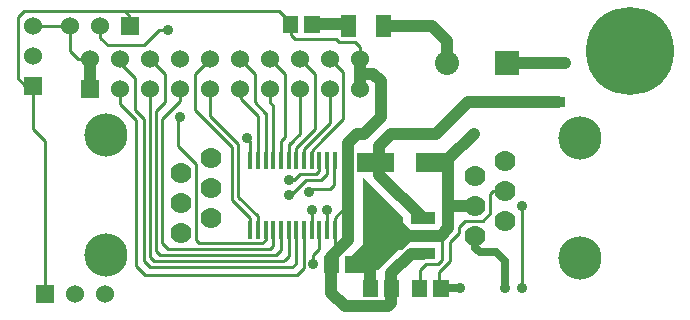
<source format=gbr>
G04 start of page 2 for group 0 idx 0 *
G04 Title: (unknown), component *
G04 Creator: pcb 20110918 *
G04 CreationDate: Mon 02 Feb 2015 06:09:46 PM GMT UTC *
G04 For: railfan *
G04 Format: Gerber/RS-274X *
G04 PCB-Dimensions: 222000 104000 *
G04 PCB-Coordinate-Origin: lower left *
%MOIN*%
%FSLAX25Y25*%
%LNTOP*%
%ADD32C,0.0300*%
%ADD31C,0.0480*%
%ADD30C,0.0380*%
%ADD29C,0.1280*%
%ADD28C,0.1285*%
%ADD27C,0.0200*%
%ADD26C,0.0360*%
%ADD25R,0.0130X0.0130*%
%ADD24R,0.0360X0.0360*%
%ADD23R,0.0512X0.0512*%
%ADD22R,0.0945X0.0945*%
%ADD21R,0.0378X0.0378*%
%ADD20R,0.0630X0.0630*%
%ADD19C,0.0700*%
%ADD18C,0.0800*%
%ADD17C,0.0600*%
%ADD16C,0.1440*%
%ADD15C,0.2937*%
%ADD14C,0.0250*%
%ADD13C,0.0100*%
%ADD12C,0.0400*%
%ADD11C,0.0001*%
G54D11*G36*
X118000Y15500D02*Y14500D01*
X114000D01*
Y20500D01*
X117500Y24000D01*
Y46500D01*
X131000Y33000D01*
Y22500D01*
X129500D01*
X122500Y15500D01*
X118000D01*
G37*
G54D12*X100000Y97500D02*X112500D01*
G54D13*X93500Y98000D02*Y94000D01*
X95000Y92500D01*
X91500Y81000D02*X86500Y86000D01*
X81500Y81000D02*X76500Y86000D01*
X36000Y102000D02*X89500D01*
X93500Y98000D01*
X52500Y95500D02*X49500D01*
X44500Y90500D01*
X95000Y92500D02*X108500D01*
X109500Y91500D01*
X115000D01*
X116500Y90000D01*
Y85500D01*
X111000Y81500D02*X106500Y86000D01*
Y64500D02*Y76000D01*
X111000Y66000D02*Y81500D01*
X101500Y62500D02*Y81000D01*
X96500Y86000D01*
Y61000D02*Y76500D01*
X104000Y59000D02*X111000Y66000D01*
X93000Y57500D02*X96500Y61000D01*
X97838Y55838D02*X106500Y64500D01*
X94500Y59000D02*X92750Y57250D01*
X101500Y62500D02*X95250Y56250D01*
X91500Y60000D02*Y81000D01*
X90162Y58662D02*X91500Y60000D01*
X82500Y67000D02*X77000Y72500D01*
Y76000D01*
X66500D02*Y67000D01*
X76000Y57500D01*
X82485Y67015D02*X81250Y68250D01*
X79926Y58574D02*X79000Y59500D01*
X56000Y57000D02*Y67000D01*
X85000Y68000D02*X81500Y71500D01*
Y81000D01*
X87603Y70397D02*X86500Y71500D01*
Y76000D01*
X85044Y67956D02*X84000Y69000D01*
G54D12*X123000Y57000D02*Y52842D01*
X121658Y51500D01*
X123000Y52500D02*Y47348D01*
X124405Y97000D02*X140500D01*
X142000Y61000D02*X127000D01*
X123000Y57000D01*
X123500Y66500D02*Y78500D01*
X165500Y84500D02*X185000D01*
X140500Y97000D02*X145500Y92000D01*
Y84500D01*
X182500Y71600D02*X152600D01*
X123500Y78500D02*X121000Y81000D01*
X116500D01*
Y86000D02*Y76000D01*
X112500Y58000D02*X115500Y61000D01*
X118000D01*
X123500Y66500D01*
X152600Y71600D02*X142000Y61000D01*
X123000Y47348D02*X137442Y32906D01*
X136500Y27000D02*X143500D01*
X146000Y29500D01*
X127000Y12000D02*Y14500D01*
X133500Y21000D01*
G54D13*X136500Y13500D02*Y8500D01*
G54D12*X133500Y21000D02*X137500D01*
G54D13*X136500Y12500D02*Y15500D01*
X138500Y17500D01*
X142500D01*
X144000Y19000D01*
X143000Y12500D02*Y15000D01*
X144000Y19000D02*Y27500D01*
X146500Y18500D02*Y25000D01*
X149500Y28000D01*
X143000Y15000D02*X146500Y18500D01*
G54D14*X150000Y9500D02*X143500D01*
G54D13*X143000Y14000D02*Y9000D01*
G54D12*X120000Y11500D02*Y29500D01*
X113500Y17500D02*X120000D01*
X111500Y3500D02*X126000D01*
X127000Y4500D01*
Y12500D01*
X146000Y51500D02*Y52500D01*
X154500Y61000D01*
X146000Y29500D02*Y52500D01*
Y37000D02*X155000D01*
G54D13*X149500Y28000D02*Y30000D01*
X151500Y32000D01*
X157500D01*
X160000Y34500D01*
G54D14*X162000Y21500D02*X156500D01*
X155000Y23000D01*
Y27000D01*
G54D13*X160000Y34500D02*Y41000D01*
X161000Y42000D01*
X165000D01*
X165500Y42500D01*
G54D14*X165000Y18500D02*X162000Y21500D01*
X165000Y9500D02*Y18500D01*
G54D13*X170500Y37000D02*Y9500D01*
X42000Y65500D02*Y17000D01*
X44500Y66000D02*Y18500D01*
X46500Y76000D02*Y20000D01*
X48500Y68500D02*Y22000D01*
X50500Y24500D02*Y66000D01*
X46500Y20000D02*X48000Y18500D01*
X52500Y22500D02*X50500Y24500D01*
X48500Y22000D02*X50000Y20500D01*
X44500Y18500D02*X46500Y16500D01*
X42000Y17000D02*X45000Y14000D01*
X11500Y7500D02*Y58500D01*
X7500Y62500D01*
Y76500D01*
X36500Y76000D02*Y71000D01*
X38000Y102000D02*X39500Y100500D01*
Y96500D01*
X36500Y71000D02*X42000Y65500D01*
X41500Y79500D02*Y69000D01*
X44500Y66000D01*
X51500Y71500D02*X48500Y68500D01*
X50500Y66000D02*X56500Y72000D01*
Y76500D01*
G54D12*X26500Y86500D02*Y76000D01*
G54D13*X61500Y81000D02*X66500Y86000D01*
X36500D02*Y84500D01*
X41500Y79500D01*
X46500Y86000D02*X51500Y81000D01*
Y71500D01*
X44500Y90500D02*X32500D01*
X7500Y77000D02*X5000D01*
X2500Y79500D01*
Y100000D01*
X4500Y102000D01*
X7500Y97000D02*X20000D01*
X4500Y102000D02*X38000D01*
X32500Y90500D02*X30000Y93000D01*
Y97500D01*
X20000Y97000D02*Y88500D01*
X22500Y86000D01*
X26500D01*
X7500Y76500D02*X7000Y77000D01*
X79000Y59500D02*Y59000D01*
X74000Y39000D02*Y56500D01*
X70000Y60500D01*
X76000Y57500D02*Y40000D01*
X79926Y52114D02*Y58574D01*
X70500Y60000D02*X61500Y69000D01*
Y81000D01*
X62000Y25500D02*Y51000D01*
X86500Y22500D02*X52500D01*
X50000Y20500D02*X88500D01*
X48000Y18500D02*X91000D01*
X46500Y16500D02*X94000D01*
X45000Y14000D02*X95500D01*
X90162Y22162D02*X89000Y21000D01*
X88500Y20500D02*X90000Y22000D01*
X90162Y28886D02*Y22162D01*
X87603Y28886D02*Y23603D01*
X85044Y28886D02*Y25544D01*
X91000Y18500D02*X92500Y20000D01*
X84000Y24500D02*X63000D01*
X62000Y25500D01*
X85044Y25544D02*X84000Y24500D01*
X79926Y28886D02*Y33074D01*
X74000Y39000D01*
X90162Y52114D02*Y58662D01*
X87603Y52114D02*Y70397D01*
X85044Y52114D02*Y67956D01*
X82485Y52114D02*Y67015D01*
X87603Y23603D02*X86500Y22500D01*
X62000Y51000D02*X56000Y57000D01*
X92750Y57250D02*Y52143D01*
X95250Y56250D02*Y52143D01*
X95279Y52114D01*
X92750Y52143D02*X92721Y52114D01*
X82485Y28886D02*Y33515D01*
X76000Y40000D01*
X95279Y28886D02*Y17779D01*
X94000Y16500D01*
X92721Y28886D02*Y20221D01*
X91500Y19000D01*
X95500Y14000D02*X97500Y16000D01*
G54D12*X107000Y17500D02*Y8000D01*
X111500Y3500D01*
G54D13*X97838Y16338D02*X96500Y15000D01*
G54D12*X107000Y17000D02*Y20000D01*
X112500Y25500D01*
G54D13*X101000Y17500D02*Y20500D01*
X102956Y22456D02*X101000Y20500D01*
X108074Y22074D02*X107000Y21000D01*
X97838Y28886D02*Y16338D01*
G54D12*X112500Y25500D02*Y55500D01*
G54D13*X106500Y42500D02*X108000Y44000D01*
Y52040D01*
X108074Y52114D01*
X105515Y28886D02*Y35485D01*
X108074Y33074D02*X112500Y37500D01*
G54D12*Y54500D02*Y58000D01*
G54D13*X100500Y35000D02*X100000Y35500D01*
X105515Y35485D02*X105500Y35500D01*
X108074Y33074D02*Y22074D01*
X102956Y28886D02*Y22456D01*
X100397Y28886D02*Y35397D01*
X100500Y35500D01*
X99500Y42500D02*X106500D01*
X103500Y45500D02*X98500D01*
X93000Y40000D01*
Y45500D02*X94500D01*
X103500D02*X105500Y47500D01*
X94500Y45500D02*X96500Y47500D01*
X97838Y52114D02*Y55838D01*
X100397Y52114D02*Y55397D01*
X104250Y59250D01*
X102956Y52114D02*Y48456D01*
X102000Y47500D01*
X96500D01*
X105500D02*Y52099D01*
X105515Y52114D01*
G54D15*X206500Y88500D03*
G54D16*X189925Y19500D03*
Y59500D03*
G54D11*G36*
X23500Y79000D02*Y73000D01*
X29500D01*
Y79000D01*
X23500D01*
G37*
G54D17*X36500Y76000D03*
Y86000D03*
X46500Y76000D03*
Y86000D03*
X56500D03*
X26500D03*
G54D11*G36*
X37000Y100000D02*Y94000D01*
X43000D01*
Y100000D01*
X37000D01*
G37*
G54D17*X30000Y97000D03*
X20000D03*
X7500Y87000D03*
Y97000D03*
X86500Y76000D03*
X96500D03*
X106500D03*
X116500D03*
G54D18*X145500Y84500D03*
G54D19*X154925Y27000D03*
Y37000D03*
Y47000D03*
X164925Y32000D03*
Y42000D03*
Y52000D03*
G54D11*G36*
X161500Y88500D02*Y80500D01*
X169500D01*
Y88500D01*
X161500D01*
G37*
G54D17*X56500Y76000D03*
X66500D03*
X76500D03*
X66500Y86000D03*
X76500D03*
X86500D03*
X96500D03*
X106500D03*
X116500D03*
G54D11*G36*
X4500Y80000D02*Y74000D01*
X10500D01*
Y80000D01*
X4500D01*
G37*
G36*
X8500Y10500D02*Y4500D01*
X14500D01*
Y10500D01*
X8500D01*
G37*
G54D17*X21500Y7500D03*
X31500D03*
G54D19*X67000Y53000D03*
X57000Y48000D03*
X67000Y43000D03*
X57000Y38000D03*
X67000Y33000D03*
X57000Y28000D03*
G54D16*X32000Y60500D03*
Y20500D03*
G54D20*X118508Y51500D02*X124807D01*
X138193D02*X144492D01*
G54D21*X135395Y21094D02*X139489D01*
X127679Y27000D02*X139489D01*
G54D22*X124055D02*X125945D01*
G54D11*G36*
X129250Y23695D02*X132090Y26535D01*
X133510Y25115D01*
X130670Y22275D01*
X129250Y23695D01*
G37*
G36*
X130670Y31725D02*X133510Y28885D01*
X132090Y27465D01*
X129250Y30305D01*
X130670Y31725D01*
G37*
G54D21*X135395Y32906D02*X139489D01*
G54D23*X127043Y9893D02*Y9107D01*
X119957Y9893D02*Y9107D01*
X143543Y9893D02*Y9107D01*
X136457Y9893D02*Y9107D01*
G54D24*X181900Y71600D02*X183100D01*
G54D23*X124405Y98181D02*Y95819D01*
X112595Y98181D02*Y95819D01*
G54D24*X181900Y84500D02*X183100D01*
G54D23*X93457Y97893D02*Y97107D01*
X100543Y97893D02*Y97107D01*
G54D25*X108074Y54417D02*Y49811D01*
X105515Y54417D02*Y49811D01*
X102956Y54417D02*Y49811D01*
X100397Y54417D02*Y49811D01*
X97838Y54417D02*Y49811D01*
X95279Y54417D02*Y49811D01*
X92721Y54417D02*Y49811D01*
X90162Y54417D02*Y49811D01*
X87603Y54417D02*Y49811D01*
X85044Y54417D02*Y49811D01*
X82485Y54417D02*Y49811D01*
X79926Y54417D02*Y49811D01*
Y31189D02*Y26583D01*
X82485Y31189D02*Y26583D01*
X85044Y31189D02*Y26583D01*
X87603Y31189D02*Y26583D01*
X90162Y31189D02*Y26583D01*
X92721Y31189D02*Y26583D01*
X95279Y31189D02*Y26583D01*
X97838Y31189D02*Y26583D01*
X100397Y31189D02*Y26583D01*
X102956Y31189D02*Y26583D01*
X105515Y31189D02*Y26583D01*
X108074Y31189D02*Y26583D01*
G54D23*X106957Y17893D02*Y17107D01*
X114043Y17893D02*Y17107D01*
G54D26*X52500Y95500D03*
X56500Y66500D03*
X93000Y40500D03*
Y45500D03*
X79000Y59500D03*
X105500Y35500D03*
X101000Y17500D03*
X100500Y35500D03*
X99500Y41500D03*
G54D12*X154500Y61000D03*
G54D26*X150000Y9500D03*
X170500Y37000D03*
X165000Y9500D03*
X170500D03*
G54D27*G54D28*G54D29*G54D30*G54D31*G54D32*G54D31*G54D30*G54D32*G54D29*M02*

</source>
